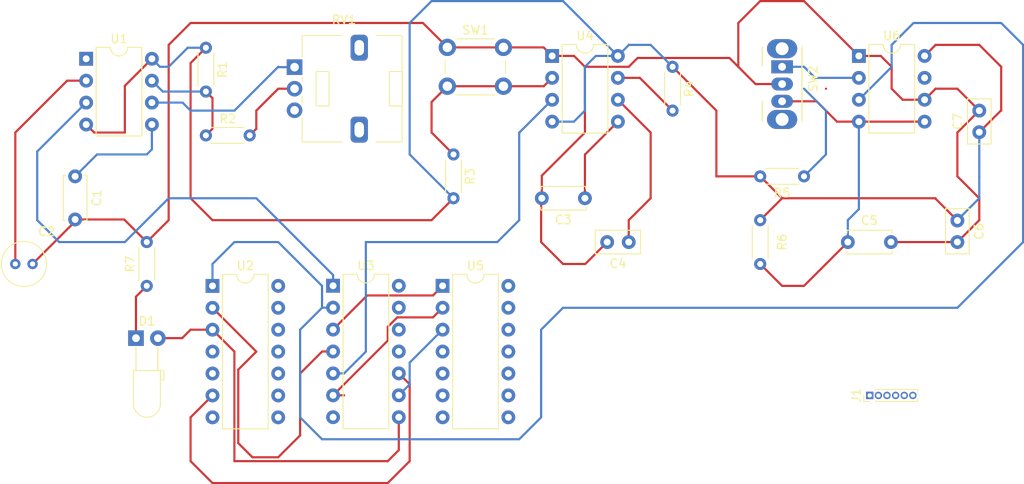
<source format=kicad_pcb>
(kicad_pcb (version 20211014) (generator pcbnew)
  (layers (0 "F.Cu" signal) (31 "B.Cu" signal) (34 "B.Paste" user) (35 "F.Paste" user) (36 "B.SilkS" user "B.Silkscreen") (37 "F.SilkS" user "F.Silkscreen") (38 "B.Mask" user) (39 "F.Mask" user) (44 "Edge.Cuts" user))
  (net 0 "")
  (net 1 "Net-(C1-Pad1)")
  (net 2 "GND")
  (net 3 "Net-(C3-Pad1)")
  (net 4 "Net-(C4-Pad1)")
  (net 5 "Net-(C5-Pad1)")
  (net 6 "VCC")
  (net 7 "Net-(D1-Pad1)")
  (net 8 "Net-(R1-Pad2)")
  (net 9 "Net-(R2-Pad2)")
  (net 10 "Net-(R3-Pad1)")
  (net 11 "Net-(R4-Pad2)")
  (net 12 "Net-(R5-Pad1)")
  (net 13 "Net-(C2-Pad1)")
  (net 15 "Net-(U1-Pad3)")
  (net 16 "Net-(U2-Pad1)")
  (net 17 "Net-(U2-Pad2)")
  (net 18 "Earth")
  (net 19 "Net-(D1-Pad2)")
  (net 20 "Net-(U2-Pad6)")
  (net 21 "Net-(U3-Pad3)")
  (net 22 "Net-(U3-Pad5)")
  (net 23 "Net-(U3-Pad6)")
  (net 24 "Net-(U3-Pad9)")
  (net 26 "Net-(U2-Pad4)")
  (net 27 "Net-(J1-Pad4)")
  (footprint "Package_DIP:DIP-14_W7.62mm" (layer "F.Cu") (at 63.5 83.82)
    (fp_text reference "U2" (at 3.81 -2.33) (layer "F.SilkS"))
    (fp_text value "74LS04")
    (fp_line (start 2.81 -1.33) (end 1.16 -1.33) (layer "F.SilkS") (width 0.12))
    (fp_line (start 6.46 16.57) (end 6.46 -1.33) (layer "F.SilkS") (width 0.12))
    (fp_line (start 1.16 16.57) (end 6.46 16.57) (layer "F.SilkS") (width 0.12))
    (fp_line (start 1.16 -1.33) (end 1.16 16.57) (layer "F.SilkS") (width 0.12))
    (fp_line (start 6.46 -1.33) (end 4.81 -1.33) (layer "F.SilkS") (width 0.12))
    (fp_arc (start 4.81 -1.33) (mid 3.81 -0.33) (end 2.81 -1.33) (layer "F.SilkS") (width 0.12))
    (pad "1" thru_hole rect (at 0 0) (size 1.6 1.6) (drill 0.8) (layers *.Cu *.Mask) (net 16 "Net-(U2-Pad1)"))
    (pad "2" thru_hole oval (at 0 2.54) (size 1.6 1.6) (drill 0.8) (layers *.Cu *.Mask) (net 17 "Net-(U2-Pad2)"))
    (pad "3" thru_hole oval (at 0 5.08) (size 1.6 1.6) (drill 0.8) (layers *.Cu *.Mask) (net 19 "Net-(D1-Pad2)"))
    (pad "4" thru_hole oval (at 0 7.62) (size 1.6 1.6) (drill 0.8) (layers *.Cu *.Mask) (net 26 "Net-(U2-Pad4)"))
    (pad "5" thru_hole oval (at 0 10.16) (size 1.6 1.6) (drill 0.8) (layers *.Cu *.Mask) (net 27 "Net-(J1-Pad4)"))
    (pad "6" thru_hole oval (at 0 12.7) (size 1.6 1.6) (drill 0.8) (layers *.Cu *.Mask) (net 20 "Net-(U2-Pad6)"))
    (pad "7" thru_hole oval (at 0 15.24) (size 1.6 1.6) (drill 0.8) (layers *.Cu *.Mask))
    (pad "8" thru_hole oval (at 7.62 15.24) (size 1.6 1.6) (drill 0.8) (layers *.Cu *.Mask))
    (pad "9" thru_hole oval (at 7.62 12.7) (size 1.6 1.6) (drill 0.8) (layers *.Cu *.Mask))
    (pad "10" thru_hole oval (at 7.62 10.16) (size 1.6 1.6) (drill 0.8) (layers *.Cu *.Mask))
    (pad "11" thru_hole oval (at 7.62 7.62) (size 1.6 1.6) (drill 0.8) (layers *.Cu *.Mask))
    (pad "12" thru_hole oval (at 7.62 5.08) (size 1.6 1.6) (drill 0.8) (layers *.Cu *.Mask))
    (pad "13" thru_hole oval (at 7.62 2.54) (size 1.6 1.6) (drill 0.8) (layers *.Cu *.Mask))
    (pad "14" thru_hole oval (at 7.62 0) (size 1.6 1.6) (drill 0.8) (layers *.Cu *.Mask))
  )
  (footprint "Capacitor_THT:C_Disc_D5.0mm_W2.5mm_P5.00mm" (layer "F.Cu") (at 47.575 71.12 -90)
    (fp_text reference "C1" (at 2.5 -2.5 90) (layer "F.SilkS"))
    (fp_text value "0.01uf")
    (fp_line (start -0.12 1.055) (end -0.12 1.37) (layer "F.SilkS") (width 0.12))
    (fp_line (start 5.12 1.055) (end 5.12 1.37) (layer "F.SilkS") (width 0.12))
    (fp_line (start 5.12 -1.37) (end 5.12 -1.055) (layer "F.SilkS") (width 0.12))
    (fp_line (start -0.12 -1.37) (end -0.12 -1.055) (layer "F.SilkS") (width 0.12))
    (fp_line (start -0.12 -1.37) (end 5.12 -1.37) (layer "F.SilkS") (width 0.12))
    (fp_line (start -0.12 1.37) (end 5.12 1.37) (layer "F.SilkS") (width 0.12))
    (pad "1" thru_hole circle (at 0 0 270) (size 1.6 1.6) (drill 0.8) (layers *.Cu *.Mask) (net 1 "Net-(C1-Pad1)"))
    (pad "2" thru_hole circle (at 5 0 270) (size 1.6 1.6) (drill 0.8) (layers *.Cu *.Mask) (net 2 "GND"))
  )
  (footprint "Capacitor_THT:C_Radial_D5.0mm_H5.0mm_P2.00mm" (layer "F.Cu") (at 40.64 81.28)
    (fp_text reference "C2" (at 3.62 -3.75) (layer "F.SilkS"))
    (fp_text value "1uf")
    (fp_circle (center 1 0) (end 3.62 0) (layer "F.SilkS") (width 0.12) (fill none))
    (pad "1" thru_hole circle (at 0 0) (size 1.2 1.2) (drill 0.6) (layers *.Cu *.Mask) (net 13 "Net-(C2-Pad1)"))
    (pad "2" thru_hole circle (at 2 0) (size 1.2 1.2) (drill 0.6) (layers *.Cu *.Mask) (net 2 "GND"))
  )
  (footprint "Capacitor_THT:C_Disc_D5.0mm_W2.5mm_P2.50mm" (layer "F.Cu") (at 152.4 66 90)
    (fp_text reference "C7" (at 1.25 -2.5 90) (layer "F.SilkS"))
    (fp_text value "0.1uf")
    (fp_line (start -1.37 -1.37) (end 3.87 -1.37) (layer "F.SilkS") (width 0.12))
    (fp_line (start -1.37 -1.37) (end -1.37 1.37) (layer "F.SilkS") (width 0.12))
    (fp_line (start -1.37 1.37) (end 3.87 1.37) (layer "F.SilkS") (width 0.12))
    (fp_line (start 3.87 -1.37) (end 3.87 1.37) (layer "F.SilkS") (width 0.12))
    (pad "1" thru_hole circle (at 0 0 90) (size 1.6 1.6) (drill 0.8) (layers *.Cu *.Mask) (net 6 "VCC"))
    (pad "2" thru_hole circle (at 2.5 0 90) (size 1.6 1.6) (drill 0.8) (layers *.Cu *.Mask) (net 18 "Earth"))
  )
  (footprint "LED_THT:LED_D3.0mm_Horizontal_O3.81mm_Z10.0mm" (layer "F.Cu") (at 54.63 89.88)
    (fp_text reference "D1" (at 1.27 -1.96) (layer "F.SilkS"))
    (fp_text value "BLUE")
    (fp_line (start 2.83 4.87) (end 2.83 3.75) (layer "F.SilkS") (width 0.12))
    (fp_line (start 2.83 3.75) (end 2.83 7.61) (layer "F.SilkS") (width 0.12))
    (fp_line (start 0 3.75) (end 0 1.08) (layer "F.SilkS") (width 0.12))
    (fp_line (start 2.54 1.08) (end 2.54 1.08) (layer "F.SilkS") (width 0.12))
    (fp_line (start 2.54 1.08) (end 2.54 3.75) (layer "F.SilkS") (width 0.12))
    (fp_line (start -0.29 3.75) (end 2.83 3.75) (layer "F.SilkS") (width 0.12))
    (fp_line (start 0 1.08) (end 0 1.08) (layer "F.SilkS") (width 0.12))
    (fp_line (start 3.23 3.75) (end 3.23 4.87) (layer "F.SilkS") (width 0.12))
    (fp_line (start 2.54 3.75) (end 2.54 3.75) (layer "F.SilkS") (width 0.12))
    (fp_line (start 0 1.08) (end 0 3.75) (layer "F.SilkS") (width 0.12))
    (fp_line (start 0 3.75) (end 0 3.75) (layer "F.SilkS") (width 0.12))
    (fp_line (start -0.29 3.75) (end -0.29 7.61) (layer "F.SilkS") (width 0.12))
    (fp_line (start 2.54 3.75) (end 2.54 1.08) (layer "F.SilkS") (width 0.12))
    (fp_line (start 2.83 3.75) (end 3.23 3.75) (layer "F.SilkS") (width 0.12))
    (fp_line (start 3.23 4.87) (end 2.83 4.87) (layer "F.SilkS") (width 0.12))
    (fp_arc (start 2.83 7.61) (mid 1.27 9.17) (end -0.29 7.61) (layer "F.SilkS") (width 0.12))
    (pad "1" thru_hole rect (at 0 0) (size 1.8 1.8) (drill 0.9) (layers *.Cu *.Mask) (net 7 "Net-(D1-Pad1)"))
    (pad "2" thru_hole circle (at 2.54 0) (size 1.8 1.8) (drill 0.9) (layers *.Cu *.Mask) (net 19 "Net-(D1-Pad2)"))
  )
  (footprint "Button_Switch_THT:SW_PUSH_6mm" (layer "F.Cu") (at 90.73 56.17)
    (fp_text reference "SW1" (at 3.25 -2) (layer "F.SilkS"))
    (fp_text value "SW_Push")
    (fp_line (start 6.75 3) (end 6.75 1.5) (layer "F.SilkS") (width 0.12))
    (fp_line (start 5.5 -1) (end 1 -1) (layer "F.SilkS") (width 0.12))
    (fp_line (start -0.25 1.5) (end -0.25 3) (layer "F.SilkS") (width 0.12))
    (fp_line (start 1 5.5) (end 5.5 5.5) (layer "F.SilkS") (width 0.12))
    (pad "1" thru_hole circle (at 0 0 90) (size 2 2) (drill 1.1) (layers *.Cu *.Mask) (net 2 "GND"))
    (pad "1" thru_hole circle (at 6.5 0 90) (size 2 2) (drill 1.1) (layers *.Cu *.Mask) (net 2 "GND"))
    (pad "2" thru_hole circle (at 0 4.5 90) (size 2 2) (drill 1.1) (layers *.Cu *.Mask) (net 10 "Net-(R3-Pad1)"))
    (pad "2" thru_hole circle (at 6.5 4.5 90) (size 2 2) (drill 1.1) (layers *.Cu *.Mask) (net 10 "Net-(R3-Pad1)"))
  )
  (footprint "Resistor_THT:R_Axial_DIN0204_L3.6mm_D1.6mm_P5.08mm_Horizontal" (layer "F.Cu") (at 62.735 56.21 -90)
    (fp_text reference "R1" (at 2.54 -1.92 90) (layer "F.SilkS"))
    (fp_text value "1K")
    (fp_line (start 0.62 -0.92) (end 4.46 -0.92) (layer "F.SilkS") (width 0.12))
    (fp_line (start 0.62 0.92) (end 4.46 0.92) (layer "F.SilkS") (width 0.12))
    (pad "1" thru_hole circle (at 0 0 270) (size 1.4 1.4) (drill 0.7) (layers *.Cu *.Mask) (net 6 "VCC"))
    (pad "2" thru_hole oval (at 5.08 0 270) (size 1.4 1.4) (drill 0.7) (layers *.Cu *.Mask) (net 8 "Net-(R1-Pad2)"))
  )
  (footprint "Resistor_THT:R_Axial_DIN0204_L3.6mm_D1.6mm_P5.08mm_Horizontal" (layer "F.Cu") (at 91.44 68.58 -90)
    (fp_text reference "R3" (at 2.54 -1.92 -270) (layer "F.SilkS"))
    (fp_text value "1K")
    (fp_line (start 0.62 0.92) (end 4.46 0.92) (layer "F.SilkS") (width 0.12))
    (fp_line (start 0.62 -0.92) (end 4.46 -0.92) (layer "F.SilkS") (width 0.12))
    (pad "1" thru_hole circle (at 0 0 270) (size 1.4 1.4) (drill 0.7) (layers *.Cu *.Mask) (net 10 "Net-(R3-Pad1)"))
    (pad "2" thru_hole oval (at 5.08 0 270) (size 1.4 1.4) (drill 0.7) (layers *.Cu *.Mask) (net 6 "VCC"))
  )
  (footprint "Package_DIP:DIP-8_W7.62mm" (layer "F.Cu") (at 102.88 57.16)
    (fp_text reference "U4" (at 3.81 -2.33) (layer "F.SilkS"))
    (fp_text value "LM555")
    (fp_line (start 1.16 8.95) (end 6.46 8.95) (layer "F.SilkS") (width 0.12))
    (fp_line (start 1.16 -1.33) (end 1.16 8.95) (layer "F.SilkS") (width 0.12))
    (fp_line (start 6.46 8.95) (end 6.46 -1.33) (layer "F.SilkS") (width 0.12))
    (fp_line (start 2.81 -1.33) (end 1.16 -1.33) (layer "F.SilkS") (width 0.12))
    (fp_line (start 6.46 -1.33) (end 4.81 -1.33) (layer "F.SilkS") (width 0.12))
    (fp_arc (start 4.81 -1.33) (mid 3.81 -0.33) (end 2.81 -1.33) (layer "F.SilkS") (width 0.12))
    (pad "1" thru_hole rect (at 0 0) (size 1.6 1.6) (drill 0.8) (layers *.Cu *.Mask) (net 2 "GND"))
    (pad "2" thru_hole oval (at 0 2.54) (size 1.6 1.6) (drill 0.8) (layers *.Cu *.Mask) (net 10 "Net-(R3-Pad1)"))
    (pad "3" thru_hole oval (at 0 5.08) (size 1.6 1.6) (drill 0.8) (layers *.Cu *.Mask) (net 22 "Net-(U3-Pad5)"))
    (pad "4" thru_hole oval (at 0 7.62) (size 1.6 1.6) (drill 0.8) (layers *.Cu *.Mask) (net 6 "VCC"))
    (pad "5" thru_hole oval (at 7.62 7.62) (size 1.6 1.6) (drill 0.8) (layers *.Cu *.Mask) (net 3 "Net-(C3-Pad1)"))
    (pad "6" thru_hole oval (at 7.62 5.08) (size 1.6 1.6) (drill 0.8) (layers *.Cu *.Mask) (net 4 "Net-(C4-Pad1)"))
    (pad "7" thru_hole oval (at 7.62 2.54) (size 1.6 1.6) (drill 0.8) (layers *.Cu *.Mask) (net 11 "Net-(R4-Pad2)"))
    (pad "8" thru_hole oval (at 7.62 0) (size 1.6 1.6) (drill 0.8) (layers *.Cu *.Mask) (net 6 "VCC"))
  )
  (footprint "Connector_PinHeader_1.00mm:PinHeader_1x06_P1.00mm_Vertical" (layer "F.Cu") (at 139.7 96.52 90)
    (fp_text reference "J1" (at 0 -1.56 90) (layer "F.SilkS"))
    (fp_text value "Con")
    (fp_line (start -0.695 0) (end -0.695 -0.685) (layer "F.SilkS") (width 0.12))
    (fp_line (start -0.695 -0.685) (end 0 -0.685) (layer "F.SilkS") (width 0.12))
    (fp_line (start -0.695 5.56) (end -0.394493 5.56) (layer "F.SilkS") (width 0.12))
    (fp_line (start -0.695 0.685) (end -0.695 5.56) (layer "F.SilkS") (width 0.12))
    (fp_line (start 0.608276 0.685) (end 0.695 0.685) (layer "F.SilkS") (width 0.12))
    (fp_line (start 0.394493 5.56) (end 0.695 5.56) (layer "F.SilkS") (width 0.12))
    (fp_line (start 0.695 0.685) (end 0.695 5.56) (layer "F.SilkS") (width 0.12))
    (fp_line (start -0.695 0.685) (end -0.608276 0.685) (layer "F.SilkS") (width 0.12))
    (pad "1" thru_hole rect (at 0 0 90) (size 0.85 0.85) (drill 0.5) (layers *.Cu *.Mask) (net 6 "VCC"))
    (pad "2" thru_hole oval (at 0 1 90) (size 0.85 0.85) (drill 0.5) (layers *.Cu *.Mask) (net 26 "Net-(U2-Pad4)"))
    (pad "3" thru_hole oval (at 0 2 90) (size 0.85 0.85) (drill 0.5) (layers *.Cu *.Mask) (net 19 "Net-(D1-Pad2)"))
    (pad "4" thru_hole oval (at 0 3 90) (size 0.85 0.85) (drill 0.5) (layers *.Cu *.Mask) (net 27 "Net-(J1-Pad4)"))
    (pad "5" thru_hole oval (at 0 4 90) (size 0.85 0.85) (drill 0.5) (layers *.Cu *.Mask))
    (pad "6" thru_hole oval (at 0 5 90) (size 0.85 0.85) (drill 0.5) (layers *.Cu *.Mask) (net 18 "Earth"))
  )
  (footprint "Resistor_THT:R_Axial_DIN0204_L3.6mm_D1.6mm_P5.08mm_Horizontal" (layer "F.Cu") (at 116.84 58.42 -90)
    (fp_text reference "R4" (at 2.54 -1.92 90) (layer "F.SilkS"))
    (fp_text value "1M")
    (fp_line (start 0.62 -0.92) (end 4.46 -0.92) (layer "F.SilkS") (width 0.12))
    (fp_line (start 0.62 0.92) (end 4.46 0.92) (layer "F.SilkS") (width 0.12))
    (pad "1" thru_hole circle (at 0 0 270) (size 1.4 1.4) (drill 0.7) (layers *.Cu *.Mask) (net 6 "VCC"))
    (pad "2" thru_hole oval (at 5.08 0 270) (size 1.4 1.4) (drill 0.7) (layers *.Cu *.Mask) (net 11 "Net-(R4-Pad2)"))
  )
  (footprint "Capacitor_THT:C_Disc_D5.0mm_W2.5mm_P2.50mm" (layer "F.Cu") (at 111.76 78.74 180)
    (fp_text reference "C4" (at 1.25 -2.5) (layer "F.SilkS"))
    (fp_text value "0.1uf")
    (fp_line (start -1.37 1.37) (end 3.87 1.37) (layer "F.SilkS") (width 0.12))
    (fp_line (start -1.37 -1.37) (end -1.37 1.37) (layer "F.SilkS") (width 0.12))
    (fp_line (start -1.37 -1.37) (end 3.87 -1.37) (layer "F.SilkS") (width 0.12))
    (fp_line (start 3.87 -1.37) (end 3.87 1.37) (layer "F.SilkS") (width 0.12))
    (pad "1" thru_hole circle (at 0 0 180) (size 1.6 1.6) (drill 0.8) (layers *.Cu *.Mask) (net 4 "Net-(C4-Pad1)"))
    (pad "2" thru_hole circle (at 2.5 0 180) (size 1.6 1.6) (drill 0.8) (layers *.Cu *.Mask) (net 2 "GND"))
  )
  (footprint "Package_DIP:DIP-8_W7.62mm" (layer "F.Cu") (at 138.44 57.16)
    (fp_text reference "U6" (at 3.81 -2.33) (layer "F.SilkS"))
    (fp_text value "LM555")
    (fp_line (start 6.46 -1.33) (end 4.81 -1.33) (layer "F.SilkS") (width 0.12))
    (fp_line (start 2.81 -1.33) (end 1.16 -1.33) (layer "F.SilkS") (width 0.12))
    (fp_line (start 1.16 8.95) (end 6.46 8.95) (layer "F.SilkS") (width 0.12))
    (fp_line (start 6.46 8.95) (end 6.46 -1.33) (layer "F.SilkS") (width 0.12))
    (fp_line (start 1.16 -1.33) (end 1.16 8.95) (layer "F.SilkS") (width 0.12))
    (fp_arc (start 4.81 -1.33) (mid 3.81 -0.33) (end 2.81 -1.33) (layer "F.SilkS") (width 0.12))
    (pad "1" thru_hole rect (at 0 0) (size 1.6 1.6) (drill 0.8) (layers *.Cu *.Mask) (net 2 "GND"))
    (pad "2" thru_hole oval (at 0 2.54) (size 1.6 1.6) (drill 0.8) (layers *.Cu *.Mask) (net 12 "Net-(R5-Pad1)"))
    (pad "3" thru_hole oval (at 0 5.08) (size 1.6 1.6) (drill 0.8) (layers *.Cu *.Mask) (net 16 "Net-(U2-Pad1)"))
    (pad "4" thru_hole oval (at 0 7.62) (size 1.6 1.6) (drill 0.8) (layers *.Cu *.Mask) (net 5 "Net-(C5-Pad1)"))
    (pad "5" thru_hole oval (at 7.62 7.62) (size 1.6 1.6) (drill 0.8) (layers *.Cu *.Mask) (net 5 "Net-(C5-Pad1)"))
    (pad "6" thru_hole oval (at 7.62 5.08) (size 1.6 1.6) (drill 0.8) (layers *.Cu *.Mask) (net 2 "GND"))
    (pad "7" thru_hole oval (at 7.62 2.54) (size 1.6 1.6) (drill 0.8) (layers *.Cu *.Mask))
    (pad "8" thru_hole oval (at 7.62 0) (size 1.6 1.6) (drill 0.8) (layers *.Cu *.Mask) (net 6 "VCC"))
  )
  (footprint "Capacitor_THT:C_Disc_D5.0mm_W2.5mm_P5.00mm" (layer "F.Cu") (at 106.68 73.66 180)
    (fp_text reference "C3" (at 2.5 -2.5) (layer "F.SilkS"))
    (fp_text value "0.01uf")
    (fp_line (start 5.12 -1.37) (end 5.12 -1.055) (layer "F.SilkS") (width 0.12))
    (fp_line (start -0.12 1.37) (end 5.12 1.37) (layer "F.SilkS") (width 0.12))
    (fp_line (start 5.12 1.055) (end 5.12 1.37) (layer "F.SilkS") (width 0.12))
    (fp_line (start -0.12 -1.37) (end 5.12 -1.37) (layer "F.SilkS") (width 0.12))
    (fp_line (start -0.12 1.055) (end -0.12 1.37) (layer "F.SilkS") (width 0.12))
    (fp_line (start -0.12 -1.37) (end -0.12 -1.055) (layer "F.SilkS") (width 0.12))
    (pad "1" thru_hole circle (at 0 0 180) (size 1.6 1.6) (drill 0.8) (layers *.Cu *.Mask) (net 3 "Net-(C3-Pad1)"))
    (pad "2" thru_hole circle (at 5 0 180) (size 1.6 1.6) (drill 0.8) (layers *.Cu *.Mask) (net 2 "GND"))
  )
  (footprint "Package_DIP:DIP-14_W7.62mm" (layer "F.Cu") (at 90.18 83.815)
    (fp_text reference "U5" (at 3.81 -2.33) (layer "F.SilkS"))
    (fp_text value "74LS32")
    (fp_line (start 1.16 -1.33) (end 1.16 16.57) (layer "F.SilkS") (width 0.12))
    (fp_line (start 2.81 -1.33) (end 1.16 -1.33) (layer "F.SilkS") (width 0.12))
    (fp_line (start 6.46 -1.33) (end 4.81 -1.33) (layer "F.SilkS") (width 0.12))
    (fp_line (start 6.46 16.57) (end 6.46 -1.33) (layer "F.SilkS") (width 0.12))
    (fp_line (start 1.16 16.57) (end 6.46 16.57) (layer "F.SilkS") (width 0.12))
    (fp_arc (start 4.81 -1.33) (mid 3.81 -0.33) (end 2.81 -1.33) (layer "F.SilkS") (width 0.12))
    (pad "1" thru_hole rect (at 0 0) (size 1.6 1.6) (drill 0.8) (layers *.Cu *.Mask) (net 21 "Net-(U3-Pad3)"))
    (pad "2" thru_hole oval (at 0 2.54) (size 1.6 1.6) (drill 0.8) (layers *.Cu *.Mask) (net 23 "Net-(U3-Pad6)"))
    (pad "3" thru_hole oval (at 0 5.08) (size 1.6 1.6) (drill 0.8) (layers *.Cu *.Mask) (net 24 "Net-(U3-Pad9)"))
    (pad "4" thru_hole oval (at 0 7.62) (size 1.6 1.6) (drill 0.8) (layers *.Cu *.Mask))
    (pad "5" thru_hole oval (at 0 10.16) (size 1.6 1.6) (drill 0.8) (layers *.Cu *.Mask))
    (pad "6" thru_hole oval (at 0 12.7) (size 1.6 1.6) (drill 0.8) (layers *.Cu *.Mask))
    (pad "7" thru_hole oval (at 0 15.24) (size 1.6 1.6) (drill 0.8) (layers *.Cu *.Mask))
    (pad "8" thru_hole oval (at 7.62 15.24) (size 1.6 1.6) (drill 0.8) (layers *.Cu *.Mask))
    (pad "9" thru_hole oval (at 7.62 12.7) (size 1.6 1.6) (drill 0.8) (layers *.Cu *.Mask))
    (pad "10" thru_hole oval (at 7.62 10.16) (size 1.6 1.6) (drill 0.8) (layers *.Cu *.Mask))
    (pad "11" thru_hole oval (at 7.62 7.62) (size 1.6 1.6) (drill 0.8) (layers *.Cu *.Mask))
    (pad "12" thru_hole oval (at 7.62 5.08) (size 1.6 1.6) (drill 0.8) (layers *.Cu *.Mask))
    (pad "13" thru_hole oval (at 7.62 2.54) (size 1.6 1.6) (drill 0.8) (layers *.Cu *.Mask))
    (pad "14" thru_hole oval (at 7.62 0) (size 1.6 1.6) (drill 0.8) (layers *.Cu *.Mask))
  )
  (footprint "Potentiometer_THT:Potentiometer_Alps_RK09L_Single_Vertical" (layer "F.Cu") (at 73.015 58.46)
    (fp_text reference "RV1" (at 5.725 -5.5) (layer "F.SilkS"))
    (fp_text value "1M")
    (fp_line (start 0.88 -3.67) (end 5.546 -3.67) (layer "F.SilkS") (width 0.12))
    (fp_line (start 9.455 -3.67) (end 12.47 -3.67) (layer "F.SilkS") (width 0.12))
    (fp_line (start 9.455 8.67) (end 12.47 8.67) (layer "F.SilkS") (width 0.12))
    (fp_line (start 0.88 5.87) (end 0.88 8.67) (layer "F.SilkS") (width 0.12))
    (fp_line (start 0.88 8.67) (end 5.546 8.67) (layer "F.SilkS") (width 0.12))
    (fp_line (start 0.88 -3.67) (end 0.88 -1.2) (layer "F.SilkS") (width 0.12))
    (fp_line (start 0.88 1.2) (end 0.88 1.63) (layer "F.SilkS") (width 0.12))
    (fp_line (start 0.88 3.371) (end 0.88 4.13) (layer "F.SilkS") (width 0.12))
    (fp_line (start 12.47 -3.67) (end 12.47 8.67) (layer "F.SilkS") (width 0.12))
    (fp_rect (start 2.5 0.5) (end 4 4.5) (layer "F.SilkS") (width 0.12) (fill none))
    (fp_rect (start 11 0.5) (end 12.5 4.5) (layer "F.SilkS") (width 0.12) (fill none))
    (pad "1" thru_hole rect (at 0 0) (size 1.8 1.8) (drill 1) (layers *.Cu *.Mask) (net 13 "Net-(C2-Pad1)"))
    (pad "2" thru_hole circle (at 0 2.5) (size 1.8 1.8) (drill 1) (layers *.Cu *.Mask) (net 9 "Net-(R2-Pad2)"))
    (pad "3" thru_hole circle (at 0 5) (size 1.8 1.8) (drill 1) (layers *.Cu *.Mask))
    (pad "MP" thru_hole roundrect (at 7.5 7.25) (size 2 3) (drill oval 1.1 1.8) (layers *.Cu *.Mask))
    (pad "MP" thru_hole roundrect (at 7.5 -2.25) (size 2 3) (drill oval 1.1 1.8) (layers *.Cu *.Mask))
  )
  (footprint "Package_DIP:DIP-8_W7.62mm" (layer "F.Cu") (at 48.855 57.49)
    (fp_text reference "U1" (at 3.81 -2.33) (layer "F.SilkS"))
    (fp_text value "LM555")
    (fp_line (start 1.16 8.95) (end 6.46 8.95) (layer "F.SilkS") (width 0.12))
    (fp_line (start 6.46 8.95) (end 6.46 -1.33) (layer "F.SilkS") (width 0.12))
    (fp_line (start 2.81 -1.33) (end 1.16 -1.33) (layer "F.SilkS") (width 0.12))
    (fp_line (start 1.16 -1.33) (end 1.16 8.95) (layer "F.SilkS") (width 0.12))
    (fp_line (start 6.46 -1.33) (end 4.81 -1.33) (layer "F.SilkS") (width 0.12))
    (fp_arc (start 4.81 -1.33) (mid 3.81 -0.33) (end 2.81 -1.33) (layer "F.SilkS") (width 0.12))
    (pad "1" thru_hole rect (at 0 0) (size 1.6 1.6) (drill 0.8) (layers *.Cu *.Mask) (net 2 "GND"))
    (pad "2" thru_hole oval (at 0 2.54) (size 1.6 1.6) (drill 0.8) (layers *.Cu *.Mask) (net 13 "Net-(C2-Pad1)"))
    (pad "3" thru_hole oval (at 0 5.08) (size 1.6 1.6) (drill 0.8) (layers *.Cu *.Mask) (net 15 "Net-(U1-Pad3)"))
    (pad "4" thru_hole oval (at 0 7.62) (size 1.6 1.6) (drill 0.8) (layers *.Cu *.Mask) (net 6 "VCC"))
    (pad "5" thru_hole oval (at 7.62 7.62) (size 1.6 1.6) (drill 0.8) (layers *.Cu *.Mask) (net 1 "Net-(C1-Pad1)"))
    (pad "6" thru_hole oval (at 7.62 5.08) (size 1.6 1.6) (drill 0.8) (layers *.Cu *.Mask) (net 13 "Net-(C2-Pad1)"))
    (pad "7" thru_hole oval (at 7.62 2.54) (size 1.6 1.6) (drill 0.8) (layers *.Cu *.Mask) (net 8 "Net-(R1-Pad2)"))
    (pad "8" thru_hole oval (at 7.62 0) (size 1.6 1.6) (drill 0.8) (layers *.Cu *.Mask) (net 6 "VCC"))
  )
  (footprint "Resistor_THT:R_Axial_DIN0204_L3.6mm_D1.6mm_P5.08mm_Horizontal" (layer "F.Cu") (at 127 76.2 -90)
    (fp_text reference "R6" (at 2.54 -2.54 90) (layer "F.SilkS"))
    (fp_text value "1k")
    (fp_line (start 0.62 -0.92) (end 4.46 -0.92) (layer "F.SilkS") (width 0.12))
    (fp_line (start 0.62 0.92) (end 4.46 0.92) (layer "F.SilkS") (width 0.12))
    (pad "1" thru_hole circle (at 0 0 270) (size 1.4 1.4) (drill 0.7) (layers *.Cu *.Mask) (net 6 "VCC"))
    (pad "2" thru_hole oval (at 5.08 0 270) (size 1.4 1.4) (drill 0.7) (layers *.Cu *.Mask) (net 5 "Net-(C5-Pad1)"))
  )
  (footprint "Resistor_THT:R_Axial_DIN0204_L3.6mm_D1.6mm_P5.08mm_Horizontal" (layer "F.Cu") (at 62.735 66.37)
    (fp_text reference "R2" (at 2.54 -1.92) (layer "F.SilkS"))
    (fp_text value "1K")
    (fp_line (start 0.62 -0.92) (end 4.46 -0.92) (layer "F.SilkS") (width 0.12))
    (fp_line (start 0.62 0.92) (end 4.46 0.92) (layer "F.SilkS") (width 0.12))
    (pad "1" thru_hole circle (at 0 0) (size 1.4 1.4) (drill 0.7) (layers *.Cu *.Mask) (net 8 "Net-(R1-Pad2)"))
    (pad "2" thru_hole oval (at 5.08 0) (size 1.4 1.4) (drill 0.7) (layers *.Cu *.Mask) (net 9 "Net-(R2-Pad2)"))
  )
  (footprint "Button_Switch_THT:SW_CuK_OS102011MA1QN1_SPDT_Angled" (layer "F.Cu") (at 129.54 58.42 -90)
    (fp_text reference "SW2" (at 1.4 -3.6 90) (layer "F.SilkS"))
    (fp_text value "SW_SPDT")
    (fp_line (start -2.3 2.3) (end -0.1 2.3) (layer "F.SilkS") (width 0.15))
    (fp_line (start -2.3 -2.3) (end 6.3 -2.3) (layer "F.SilkS") (width 0.15))
    (fp_line (start 4 2.3) (end 6.3 2.3) (layer "F.SilkS") (width 0.15))
    (pad "" thru_hole oval (at 6.1 0 270) (size 2.2 3.5) (drill 1.5) (layers *.Cu *.Mask))
    (pad "" thru_hole oval (at -2.1 0 270) (size 2.2 3.5) (drill 1.5) (layers *.Cu *.Mask))
    (pad "1" thru_hole rect (at 0 0 270) (size 1.5 2.5) (drill 0.9) (layers *.Cu *.Mask) (net 12 "Net-(R5-Pad1)"))
    (pad "2" thru_hole oval (at 2 0 270) (size 1.5 2.5) (drill 0.9) (layers *.Cu *.Mask) (net 2 "GND"))
    (pad "3" thru_hole oval (at 4 0 270) (size 1.5 2.5) (drill 0.9) (layers *.Cu *.Mask) (net 5 "Net-(C5-Pad1)"))
  )
  (footprint "Capacitor_THT:C_Disc_D5.0mm_W2.5mm_P2.50mm" (layer "F.Cu") (at 149.86 76.24 -90)
    (fp_text reference "C6" (at 1.25 -2.5 90) (layer "F.SilkS"))
    (fp_text value "0.1uf")
    (fp_line (start -1.37 1.37) (end 3.87 1.37) (layer "F.SilkS") (width 0.12))
    (fp_line (start -1.37 -1.37) (end 3.87 -1.37) (layer "F.SilkS") (width 0.12))
    (fp_line (start -1.37 -1.37) (end -1.37 1.37) (layer "F.SilkS") (width 0.12))
    (fp_line (start 3.87 -1.37) (end 3.87 1.37) (layer "F.SilkS") (width 0.12))
    (pad "1" thru_hole circle (at 0 0 270) (size 1.6 1.6) (drill 0.8) (layers *.Cu *.Mask) (net 6 "VCC"))
    (pad "2" thru_hole circle (at 2.5 0 270) (size 1.6 1.6) (drill 0.8) (layers *.Cu *.Mask) (net 18 "Earth"))
  )
  (footprint "Package_DIP:DIP-14_W7.62mm" (layer "F.Cu") (at 77.48 83.805)
    (fp_text reference "U3" (at 3.81 -2.33) (layer "F.SilkS"))
    (fp_text value "74LS08")
    (fp_line (start 2.81 -1.33) (end 1.16 -1.33) (layer "F.SilkS") (width 0.12))
    (fp_line (start 1.16 16.57) (end 6.46 16.57) (layer "F.SilkS") (width 0.12))
    (fp_line (start 1.16 -1.33) (end 1.16 16.57) (layer "F.SilkS") (width 0.12))
    (fp_line (start 6.46 -1.33) (end 4.81 -1.33) (layer "F.SilkS") (width 0.12))
    (fp_line (start 6.46 16.57) (end 6.46 -1.33) (layer "F.SilkS") (width 0.12))
    (fp_arc (start 4.81 -1.33) (mid 3.81 -0.33) (end 2.81 -1.33) (layer "F.SilkS") (width 0.12))
    (pad "1" thru_hole rect (at 0 0) (size 1.6 1.6) (drill 0.8) (layers *.Cu *.Mask) (net 15 "Net-(U1-Pad3)"))
    (pad "2" thru_hole oval (at 0 2.54) (size 1.6 1.6) (drill 0.8) (layers *.Cu *.Mask) (net 16 "Net-(U2-Pad1)"))
    (pad "3" thru_hole oval (at 0 5.08) (size 1.6 1.6) (drill 0.8) (layers *.Cu *.Mask) (net 21 "Net-(U3-Pad3)"))
    (pad "4" thru_hole oval (at 0 7.62) (size 1.6 1.6) (drill 0.8) (layers *.Cu *.Mask) (net 17 "Net-(U2-Pad2)"))
    (pad "5" thru_hole oval (at 0 10.16) (size 1.6 1.6) (drill 0.8) (layers *.Cu *.Mask) (net 22 "Net-(U3-Pad5)"))
    (pad "6" thru_hole oval (at 0 12.7) (size 1.6 1.6) (drill 0.8) (layers *.Cu *.Mask) (net 23 "Net-(U3-Pad6)"))
    (pad "7" thru_hole oval (at 0 15.24) (size 1.6 1.6) (drill 0.8) (layers *.Cu *.Mask))
    (pad "8" thru_hole oval (at 7.62 15.24) (size 1.6 1.6) (drill 0.8) (layers *.Cu *.Mask) (net 19 "Net-(D1-Pad2)"))
    (pad "9" thru_hole oval (at 7.62 12.7) (size 1.6 1.6) (drill 0.8) (layers *.Cu *.Mask) (net 24 "Net-(U3-Pad9)"))
    (pad "10" thru_hole oval (at 7.62 10.16) (size 1.6 1.6) (drill 0.8) (layers *.Cu *.Mask) (net 20 "Net-(U2-Pad6)"))
    (pad "11" thru_hole oval (at 7.62 7.62) (size 1.6 1.6) (drill 0.8) (layers *.Cu *.Mask))
    (pad "12" thru_hole oval (at 7.62 5.08) (size 1.6 1.6) (drill 0.8) (layers *.Cu *.Mask))
    (pad "13" thru_hole oval (at 7.62 2.54) (size 1.6 1.6) (drill 0.8) (layers *.Cu *.Mask))
    (pad "14" thru_hole oval (at 7.62 0) (size 1.6 1.6) (drill 0.8) (layers *.Cu *.Mask))
  )
  (footprint "Resistor_THT:R_Axial_DIN0204_L3.6mm_D1.6mm_P5.08mm_Horizontal" (layer "F.Cu") (at 132.08 71.12 180)
    (fp_text reference "R5" (at 2.54 -1.92) (layer "F.SilkS"))
    (fp_text value "1K")
    (fp_line (start 0.62 0.92) (end 4.46 0.92) (layer "F.SilkS") (width 0.12))
    (fp_line (start 0.62 -0.92) (end 4.46 -0.92) (layer "F.SilkS") (width 0.12))
    (pad "1" thru_hole circle (at 0 0 180) (size 1.4 1.4) (drill 0.7) (layers *.Cu *.Mask) (net 12 "Net-(R5-Pad1)"))
    (pad "2" thru_hole oval (at 5.08 0 180) (size 1.4 1.4) (drill 0.7) (layers *.Cu *.Mask) (net 6 "VCC"))
  )
  (footprint "Resistor_THT:R_Axial_DIN0204_L3.6mm_D1.6mm_P5.08mm_Horizontal" (layer "F.Cu") (at 55.88 83.82 90)
    (fp_text reference "R7" (at 2.54 -1.92 90) (layer "F.SilkS"))
    (fp_text value "220")
    (fp_line (start 0.62 -0.92) (end 4.46 -0.92) (layer "F.SilkS") (width 0.12))
    (fp_line (start 0.62 0.92) (end 4.46 0.92) (layer "F.SilkS") (width 0.12))
    (pad "1" thru_hole circle (at 0 0 90) (size 1.4 1.4) (drill 0.7) (layers *.Cu *.Mask) (net 7 "Net-(D1-Pad1)"))
    (pad "2" thru_hole oval (at 5.08 0 90) (size 1.4 1.4) (drill 0.7) (layers *.Cu *.Mask) (net 2 "GND"))
  )
  (footprint "Capacitor_THT:C_Disc_D5.0mm_W2.5mm_P5.00mm" (layer "F.Cu") (at 137.16 78.74)
    (fp_text reference "C5" (at 2.5 -2.5) (layer "F.SilkS"))
    (fp_text value "0.01uf")
    (fp_line (start -0.12 -1.37) (end 5.12 -1.37) (layer "F.SilkS") (width 0.12))
    (fp_line (start -0.12 1.37) (end 5.12 1.37) (layer "F.SilkS") (width 0.12))
    (fp_line (start 5.12 1.055) (end 5.12 1.37) (layer "F.SilkS") (width 0.12))
    (fp_line (start 5.12 -1.37) (end 5.12 -1.055) (layer "F.SilkS") (width 0.12))
    (fp_line (start -0.12 -1.37) (end -0.12 -1.055) (layer "F.SilkS") (width 0.12))
    (fp_line (start -0.12 1.055) (end -0.12 1.37) (layer "F.SilkS") (width 0.12))
    (pad "1" thru_hole circle (at 0 0) (size 1.6 1.6) (drill 0.8) (layers *.Cu *.Mask) (net 5 "Net-(C5-Pad1)"))
    (pad "2" thru_hole circle (at 5 0) (size 1.6 1.6) (drill 0.8) (layers *.Cu *.Mask) (net 2 "GND"))
  )
  (segment (start 56.475 67.985) (end 55.88 68.58) (width 0.25) (layer "B.Cu") (net 1))
  (segment (start 55.88 68.58) (end 50.115 68.58) (width 0.25) (layer "B.Cu") (net 1))
  (segment (start 56.475 65.11) (end 56.475 67.985) (width 0.25) (layer "B.Cu") (net 1))
  (segment (start 50.115 68.58) (end 47.575 71.12) (width 0.25) (layer "B.Cu") (net 1))
  (segment (start 124.46 58.42) (end 123.435 57.395) (width 0.25) (layer "F.Cu") (net 2))
  (segment (start 106.68 66.04) (end 106.68 58.42) (width 0.25) (layer "F.Cu") (net 2))
  (segment (start 55.88 78.74) (end 58.42 76.2) (width 0.25) (layer "F.Cu") (net 2))
  (segment (start 124.46 58.42) (end 124.46 53.34) (width 0.25) (layer "F.Cu") (net 2))
  (segment (start 101.68 71.04) (end 106.68 66.04) (width 0.25) (layer "F.Cu") (net 2))
  (segment (start 142.24 58.42) (end 140.98 57.16) (width 0.25) (layer "F.Cu") (net 2))
  (segment (start 123.435 57.395) (end 112.785 57.395) (width 0.25) (layer "F.Cu") (net 2))
  (segment (start 106.68 58.42) (end 105.42 57.16) (width 0.25) (layer "F.Cu") (net 2))
  (segment (start 58.42 55.88) (end 60.96 53.34) (width 0.25) (layer "F.Cu") (net 2))
  (segment (start 146.06 62.24) (end 143.52 62.24) (width 0.25) (layer "F.Cu") (net 2))
  (segment (start 112.785 57.395) (end 111.76 58.42) (width 0.25) (layer "F.Cu") (net 2))
  (segment (start 60.96 53.34) (end 87.9 53.34) (width 0.25) (layer "F.Cu") (net 2))
  (segment (start 111.76 58.42) (end 106.68 58.42) (width 0.25) (layer "F.Cu") (net 2))
  (segment (start 147.32 60.96) (end 147.32 60.98) (width 0.25) (layer "F.Cu") (net 2))
  (segment (start 90.73 56.17) (end 97.23 56.17) (width 0.25) (layer "F.Cu") (net 2))
  (segment (start 147.32 60.98) (end 146.06 62.24) (width 0.25) (layer "F.Cu") (net 2))
  (segment (start 149.86 78.74) (end 142.16 78.74) (width 0.25) (layer "F.Cu") (net 2))
  (segment (start 152.4 73.66) (end 152.4 76.2) (width 0.25) (layer "F.Cu") (net 2))
  (segment (start 134.64 60.96) (end 134.62 60.96) (width 0.25) (layer "F.Cu") (net 2))
  (segment (start 152.4 63.5) (end 149.86 66.04) (width 0.25) (layer "F.Cu") (net 2))
  (segment (start 138.44 57.14) (end 138.44 57.16) (width 0.25) (layer "F.Cu") (net 2))
  (segment (start 87.9 53.34) (end 90.73 56.17) (width 0.25) (layer "F.Cu") (net 2))
  (segment (start 126.46 60.42) (end 124.46 58.42) (width 0.25) (layer "F.Cu") (net 2))
  (segment (start 149.86 71.12) (end 152.4 73.66) (width 0.25) (layer "F.Cu") (net 2))
  (segment (start 47.575 76.345) (end 47.575 76.12) (width 0.25) (layer "F.Cu") (net 2))
  (segment (start 109.26 78.74) (end 106.72 81.28) (width 0.25) (layer "F.Cu") (net 2))
  (segment (start 143.52 62.24) (end 142.24 60.96) (width 0.25) (layer "F.Cu") (net 2))
  (segment (start 101.89 56.17) (end 102.88 57.16) (width 0.25) (layer "F.Cu") (net 2))
  (segment (start 101.68 73.66) (end 101.68 71.04) (width 0.25) (layer "F.Cu") (net 2))
  (segment (start 58.42 76.2) (end 58.42 55.88) (width 0.25) (layer "F.Cu") (net 2))
  (segment (start 104.14 81.28) (end 101.6 78.74) (width 0.25) (layer "F.Cu") (net 2))
  (segment (start 129.54 60.42) (end 126.46 60.42) (width 0.25) (layer "F.Cu") (net 2))
  (segment (start 42.64 81.28) (end 47.575 76.345) (width 0.25) (layer "F.Cu") (net 2))
  (segment (start 55.88 78.74) (end 53.26 76.12) (width 0.25) (layer "F.Cu") (net 2))
  (segment (start 106.72 81.28) (end 106.68 81.28) (width 0.25) (layer "F.Cu") (net 2))
  (segment (start 152.4 63.5) (end 149.86 60.96) (width 0.25) (layer "F.Cu") (net 2))
  (segment (start 142.24 60.96) (end 142.24 58.42) (width 0.25) (layer "F.Cu") (net 2))
  (segment (start 124.46 53.34) (end 127 50.8) (width 0.25) (layer "F.Cu") (net 2))
  (segment (start 127 50.8) (end 132.08 50.8) (width 0.25) (layer "F.Cu") (net 2))
  (segment (start 132.08 50.8) (end 138.44 57.16) (width 0.25) (layer "F.Cu") (net 2))
  (segment (start 152.4 76.2) (end 149.86 78.74) (width 0.25) (layer "F.Cu") (net 2))
  (segment (start 97.23 56.17) (end 101.89 56.17) (width 0.25) (layer "F.Cu") (net 2))
  (segment (start 101.6 78.74) (end 101.6 73.66) (width 0.25) (layer "F.Cu") (net 2))
  (segment (start 149.86 60.96) (end 147.32 60.96) (width 0.25) (layer "F.Cu") (net 2))
  (segment (start 106.68 81.28) (end 104.14 81.28) (width 0.25) (layer "F.Cu") (net 2))
  (segment (start 140.98 57.16) (end 138.44 57.16) (width 0.25) (layer "F.Cu") (net 2))
  (segment (start 105.42 57.16) (end 102.88 57.16) (width 0.25) (layer "F.Cu") (net 2))
  (segment (start 53.26 76.12) (end 47.575 76.12) (width 0.25) (layer "F.Cu") (net 2))
  (segment (start 149.86 66.04) (end 149.86 71.12) (width 0.25) (layer "F.Cu") (net 2))
  (segment (start 106.68 68.58) (end 106.7 68.58) (width 0.25) (layer "F.Cu") (net 3))
  (segment (start 106.7 68.58) (end 110.5 64.78) (width 0.25) (layer "F.Cu") (net 3))
  (segment (start 106.68 73.66) (end 106.68 68.58) (width 0.25) (layer "F.Cu") (net 3))
  (segment (start 111.76 78.74) (end 111.76 76.2) (width 0.25) (layer "F.Cu") (net 4))
  (segment (start 111.76 76.2) (end 114.3 73.66) (width 0.25) (layer "F.Cu") (net 4))
  (segment (start 114.3 73.66) (end 114.3 66.04) (width 0.25) (layer "F.Cu") (net 4))
  (segment (start 114.3 66.04) (end 110.5 62.24) (width 0.25) (layer "F.Cu") (net 4))
  (segment (start 138.44 64.78) (end 135.9 64.78) (width 0.25) (layer "F.Cu") (net 5))
  (segment (start 132.08 83.82) (end 129.54 83.82) (width 0.25) (layer "F.Cu") (net 5))
  (segment (start 137.16 78.74) (end 134.62 81.28) (width 0.25) (layer "F.Cu") (net 5))
  (segment (start 129.54 83.82) (end 127 81.28) (width 0.25) (layer "F.Cu") (net 5))
  (segment (start 146.06 64.78) (end 138.44 64.78) (width 0.25) (layer "F.Cu") (net 5))
  (segment (start 135.9 64.78) (end 133.54 62.42) (width 0.25) (layer "F.Cu") (net 5))
  (segment (start 133.54 62.42) (end 129.54 62.42) (width 0.25) (layer "F.Cu") (net 5))
  (segment (start 134.62 81.28) (end 132.08 83.82) (width 0.25) (layer "F.Cu") (net 5))
  (segment (start 138.44 74.92) (end 137.16 76.2) (width 0.25) (layer "B.Cu") (net 5))
  (segment (start 137.16 76.2) (end 137.16 78.74) (width 0.25) (layer "B.Cu") (net 5))
  (segment (start 138.44 64.78) (end 138.44 74.92) (width 0.25) (layer "B.Cu") (net 5))
  (segment (start 127 71.12) (end 121.92 71.12) (width 0.25) (layer "F.Cu") (net 6))
  (segment (start 152.4 66) (end 154.9 63.5) (width 0.25) (layer "F.Cu") (net 6))
  (segment (start 53.34 60.625) (end 56.475 57.49) (width 0.25) (layer "F.Cu") (net 6))
  (segment (start 154.9 63.5) (end 154.94 63.5) (width 0.25) (layer "F.Cu") (net 6))
  (segment (start 53.34 66.04) (end 53.34 60.625) (width 0.25) (layer "F.Cu") (net 6))
  (segment (start 63.5 76.2) (end 88.9 76.2) (width 0.25) (layer "F.Cu") (net 6))
  (segment (start 147.32 55.9) (end 146.06 57.16) (width 0.25) (layer "F.Cu") (net 6))
  (segment (start 154.94 63.5) (end 154.94 58.42) (width 0.25) (layer "F.Cu") (net 6))
  (segment (start 147.32 73.7) (end 147.32 73.66) (width 0.25) (layer "F.Cu") (net 6))
  (segment (start 149.86 76.24) (end 147.32 73.7) (width 0.25) (layer "F.Cu") (net 6))
  (segment (start 147.32 73.66) (end 129.54 73.66) (width 0.25) (layer "F.Cu") (net 6))
  (segment (start 60.96 73.66) (end 63.5 76.2) (width 0.25) (layer "F.Cu") (net 6))
  (segment (start 129.54 73.66) (end 127 76.2) (width 0.25) (layer "F.Cu") (net 6))
  (segment (start 154.94 58.42) (end 152.4 55.88) (width 0.25) (layer "F.Cu") (net 6))
  (segment (start 48.855 65.11) (end 49.785 66.04) (width 0.25) (layer "F.Cu") (net 6))
  (segment (start 88.9 76.2) (end 91.44 73.66) (width 0.25) (layer "F.Cu") (net 6))
  (segment (start 49.785 66.04) (end 53.34 66.04) (width 0.25) (layer "F.Cu") (net 6))
  (segment (start 129.54 73.66) (end 127 71.12) (width 0.25) (layer "F.Cu") (net 6))
  (segment (start 60.96 57.985) (end 60.96 73.66) (width 0.25) (layer "F.Cu") (net 6))
  (segment (start 121.92 71.12) (end 121.92 63.5) (width 0.25) (layer "F.Cu") (net 6))
  (segment (start 62.735 56.21) (end 60.96 57.985) (width 0.25) (layer "F.Cu") (net 6))
  (segment (start 147.32 55.88) (end 147.32 55.9) (width 0.25) (layer "F.Cu") (net 6))
  (segment (start 152.4 55.88) (end 147.32 55.88) (width 0.25) (layer "F.Cu") (net 6))
  (segment (start 121.92 63.5) (end 116.84 58.42) (width 0.25) (layer "F.Cu") (net 6))
  (segment (start 62.735 56.21) (end 60.63 56.21) (width 0.25) (layer "B.Cu") (net 6))
  (segment (start 58.42 58.42) (end 57.405 58.42) (width 0.25) (layer "B.Cu") (net 6))
  (segment (start 86.36 53.34) (end 88.9 50.8) (width 0.25) (layer "B.Cu") (net 6))
  (segment (start 152.4 71.12) (end 152.4 73.66) (width 0.25) (layer "B.Cu") (net 6))
  (segment (start 102.88 64.78) (end 105.4 64.78) (width 0.25) (layer "B.Cu") (net 6))
  (segment (start 60.63 56.21) (end 58.42 58.42) (width 0.25) (layer "B.Cu") (net 6))
  (segment (start 104.14 50.8) (end 110.5 57.16) (width 0.25) (layer "B.Cu") (net 6))
  (segment (start 57.405 58.42) (end 56.475 57.49) (width 0.25) (layer "B.Cu") (net 6))
  (segment (start 106.68 58.42) (end 107.94 57.16) (width 0.25) (layer "B.Cu") (net 6))
  (segment (start 86.36 68.58) (end 86.36 53.34) (width 0.25) (layer "B.Cu") (net 6))
  (segment (start 88.9 50.8) (end 104.14 50.8) (width 0.25) (layer "B.Cu") (net 6))
  (segment (start 111.76 55.88) (end 111.76 55.9) (width 0.25) (layer "B.Cu") (net 6))
  (segment (start 152.4 66) (end 152.4 71.12) (width 0.25) (layer "B.Cu") (net 6))
  (segment (start 152.4 73.66) (end 149.86 76.2) (width 0.25) (layer "B.Cu") (net 6))
  (segment (start 105.4 64.78) (end 106.68 63.5) (width 0.25) (layer "B.Cu") (net 6))
  (segment (start 106.68 63.5) (end 106.68 58.42) (width 0.25) (layer "B.Cu") (net 6))
  (segment (start 91.44 73.66) (end 86.36 68.58) (width 0.25) (layer "B.Cu") (net 6))
  (segment (start 107.94 57.16) (end 110.5 57.16) (width 0.25) (layer "B.Cu") (net 6))
  (segment (start 111.76 55.9) (end 110.5 57.16) (width 0.25) (layer "B.Cu") (net 6))
  (segment (start 116.84 58.42) (end 114.3 55.88) (width 0.25) (layer "B.Cu") (net 6))
  (segment (start 114.3 55.88) (end 111.76 55.88) (width 0.25) (layer "B.Cu") (net 6))
  (segment (start 54.63 85.07) (end 55.88 83.82) (width 0.25) (layer "F.Cu") (net 7))
  (segment (start 54.63 89.88) (end 54.63 85.07) (width 0.25) (layer "F.Cu") (net 7))
  (segment (start 63.5 65.605) (end 63.5 62.055) (width 0.25) (layer "F.Cu") (net 8))
  (segment (start 63.5 62.055) (end 62.735 61.29) (width 0.25) (layer "F.Cu") (net 8))
  (segment (start 62.735 66.37) (end 63.5 65.605) (width 0.25) (layer "F.Cu") (net 8))
  (segment (start 57.735 61.29) (end 56.475 60.03) (width 0.25) (layer "B.Cu") (net 8))
  (segment (start 62.735 61.29) (end 57.735 61.29) (width 0.25) (layer "B.Cu") (net 8))
  (segment (start 68.58 63.5) (end 71.12 60.96) (width 0.25) (layer "F.Cu") (net 9))
  (segment (start 71.12 60.96) (end 73.015 60.96) (width 0.25) (layer "F.Cu") (net 9))
  (segment (start 67.815 66.37) (end 68.58 65.605) (width 0.25) (layer "F.Cu") (net 9))
  (segment (start 68.58 65.605) (end 68.58 63.5) (width 0.25) (layer "F.Cu") (net 9))
  (segment (start 97.23 60.67) (end 101.91 60.67) (width 0.25) (layer "F.Cu") (net 10))
  (segment (start 88.9 66.04) (end 88.9 62.5) (width 0.25) (layer "F.Cu") (net 10))
  (segment (start 91.44 68.58) (end 88.9 66.04) (width 0.25) (layer "F.Cu") (net 10))
  (segment (start 101.91 60.67) (end 102.88 59.7) (width 0.25) (layer "F.Cu") (net 10))
  (segment (start 88.9 62.5) (end 90.73 60.67) (width 0.25) (layer "F.Cu") (net 10))
  (segment (start 90.73 60.67) (end 97.23 60.67) (width 0.25) (layer "F.Cu") (net 10))
  (segment (start 110.5 59.7) (end 113.04 59.7) (width 0.25) (layer "F.Cu") (net 11))
  (segment (start 113.04 59.7) (end 116.84 63.5) (width 0.25) (layer "F.Cu") (net 11))
  (segment (start 134.62 63.5) (end 132.08 60.96) (width 0.25) (layer "B.Cu") (net 12))
  (segment (start 133.36 59.7) (end 132.08 58.42) (width 0.25) (layer "B.Cu") (net 12))
  (segment (start 132.08 71.12) (end 134.62 68.58) (width 0.25) (layer "B.Cu") (net 12))
  (segment (start 134.62 68.58) (end 134.62 63.5) (width 0.25) (layer "B.Cu") (net 12))
  (segment (start 132.08 58.42) (end 129.54 58.42) (width 0.25) (layer "B.Cu") (net 12))
  (segment (start 138.44 59.7) (end 133.36 59.7) (width 0.25) (layer "B.Cu") (net 12))
  (segment (start 46.65 60.03) (end 48.855 60.03) (width 0.25) (layer "F.Cu") (net 13))
  (segment (start 40.64 66.04) (end 46.65 60.03) (width 0.25) (layer "F.Cu") (net 13))
  (segment (start 40.64 81.28) (end 40.64 66.04) (width 0.25) (layer "F.Cu") (net 13))
  (segment (start 71.16 58.46) (end 73.015 58.46) (width 0.25) (layer "B.Cu") (net 13))
  (segment (start 60.96 63.5) (end 66.04 63.5) (width 0.25) (layer "B.Cu") (net 13))
  (segment (start 56.475 62.57) (end 60.03 62.57) (width 0.25) (layer "B.Cu") (net 13))
  (segment (start 60.03 62.57) (end 60.96 63.5) (width 0.25) (layer "B.Cu") (net 13))
  (segment (start 71.12 58.42) (end 71.16 58.46) (width 0.25) (layer "B.Cu") (net 13))
  (segment (start 66.04 63.5) (end 71.12 58.42) (width 0.25) (layer "B.Cu") (net 13))
  (segment (start 77.48 82.56) (end 77.48 83.805) (width 0.25) (layer "B.Cu") (net 15))
  (segment (start 48.855 62.57) (end 43.18 68.245) (width 0.25) (layer "B.Cu") (net 15))
  (segment (start 68.58 73.66) (end 77.48 82.56) (width 0.25) (layer "B.Cu") (net 15))
  (segment (start 43.18 76.2) (end 45.72 78.74) (width 0.25) (layer "B.Cu") (net 15))
  (segment (start 45.72 78.74) (end 53.34 78.74) (width 0.25) (layer "B.Cu") (net 15))
  (segment (start 53.34 78.74) (end 58.42 73.66) (width 0.25) (layer "B.Cu") (net 15))
  (segment (start 58.42 73.66) (end 68.58 73.66) (width 0.25) (layer "B.Cu") (net 15))
  (segment (start 43.18 68.245) (end 43.18 76.2) (width 0.25) (layer "B.Cu") (net 15))
  (segment (start 101.6 88.9) (end 101.6 99.06) (width 0.25) (layer "B.Cu") (net 16))
  (segment (start 99.06 101.6) (end 76.2 101.6) (width 0.25) (layer "B.Cu") (net 16))
  (segment (start 157.48 78.74) (end 149.86 86.36) (width 0.25) (layer "B.Cu") (net 16))
  (segment (start 149.86 86.36) (end 104.14 86.36) (width 0.25) (layer "B.Cu") (net 16))
  (segment (start 76.2 83.82) (end 71.12 78.74) (width 0.25) (layer "B.Cu") (net 16))
  (segment (start 73.66 99.06) (end 73.66 88.9) (width 0.25) (layer "B.Cu") (net 16))
  (segment (start 104.14 86.36) (end 101.6 88.9) (width 0.25) (layer "B.Cu") (net 16))
  (segment (start 73.66 88.9) (end 76.2 86.36) (width 0.25) (layer "B.Cu") (net 16))
  (segment (start 157.48 55.88) (end 157.48 78.74) (width 0.25) (layer "B.Cu") (net 16))
  (segment (start 63.5 81.28) (end 63.5 83.82) (width 0.25) (layer "B.Cu") (net 16))
  (segment (start 142.24 55.88) (end 144.78 53.34) (width 0.25) (layer "B.Cu") (net 16))
  (segment (start 71.12 78.74) (end 66.04 78.74) (width 0.25) (layer "B.Cu") (net 16))
  (segment (start 101.6 99.06) (end 99.06 101.6) (width 0.25) (layer "B.Cu") (net 16))
  (segment (start 76.2 101.6) (end 73.66 99.06) (width 0.25) (layer "B.Cu") (net 16))
  (segment (start 76.2 86.36) (end 76.215 86.345) (width 0.25) (layer "B.Cu") (net 16))
  (segment (start 76.215 86.345) (end 77.48 86.345) (width 0.25) (layer "B.Cu") (net 16))
  (segment (start 154.94 53.34) (end 157.48 55.88) (width 0.25) (layer "B.Cu") (net 16))
  (segment (start 66.04 78.74) (end 63.5 81.28) (width 0.25) (layer "B.Cu") (net 16))
  (segment (start 144.78 53.34) (end 154.94 53.34) (width 0.25) (layer "B.Cu") (net 16))
  (segment (start 76.2 86.36) (end 76.2 83.82) (width 0.25) (layer "B.Cu") (net 16))
  (segment (start 142.24 58.44) (end 142.24 55.88) (width 0.25) (layer "B.Cu") (net 16))
  (segment (start 138.44 62.24) (end 142.24 58.44) (width 0.25) (layer "B.Cu") (net 16))
  (segment (start 76.215 91.425) (end 77.48 91.425) (width 0.25) (layer "F.Cu") (net 17))
  (segment (start 71.12 103.69) (end 73.66 101.15) (width 0.25) (layer "F.Cu") (net 17))
  (segment (start 68.13 103.69) (end 71.12 103.69) (width 0.25) (layer "F.Cu") (net 17))
  (segment (start 63.5 86.36) (end 68.58 91.44) (width 0.25) (layer "F.Cu") (net 17))
  (segment (start 73.66 93.98) (end 76.215 91.425) (width 0.25) (layer "F.Cu") (net 17))
  (segment (start 68.58 91.44) (end 66.49 93.53) (width 0.25) (layer "F.Cu") (net 17))
  (segment (start 73.66 101.15) (end 73.66 93.98) (width 0.25) (layer "F.Cu") (net 17))
  (segment (start 66.49 102.05) (end 68.13 103.69) (width 0.25) (layer "F.Cu") (net 17))
  (segment (start 66.49 93.53) (end 66.49 102.05) (width 0.25) (layer "F.Cu") (net 17))
  (segment (start 66.04 104.14) (end 66.04 91.44) (width 0.25) (layer "F.Cu") (net 19))
  (segment (start 85.1 99.045) (end 85.1 102.86) (width 0.25) (layer "F.Cu") (net 19))
  (segment (start 59.98 89.88) (end 60.96 88.9) (width 0.25) (layer "F.Cu") (net 19))
  (segment (start 85.1 102.86) (end 83.82 104.14) (width 0.25) (layer "F.Cu") (net 19))
  (segment (start 83.82 104.14) (end 66.04 104.14) (width 0.25) (layer "F.Cu") (net 19))
  (segment (start 66.04 91.44) (end 63.5 88.9) (width 0.25) (layer "F.Cu") (net 19))
  (segment (start 60.96 88.9) (end 63.5 88.9) (width 0.25) (layer "F.Cu") (net 19))
  (segment (start 57.17 89.88) (end 59.98 89.88) (width 0.25) (layer "F.Cu") (net 19))
  (segment (start 86.36 95.225) (end 85.1 93.965) (width 0.25) (layer "F.Cu") (net 20))
  (segment (start 60.96 99.06) (end 60.96 104.14) (width 0.25) (layer "F.Cu") (net 20))
  (segment (start 86.36 104.14) (end 86.36 95.225) (width 0.25) (layer "F.Cu") (net 20))
  (segment (start 60.96 104.14) (end 63.5 106.68) (width 0.25) (layer "F.Cu") (net 20))
  (segment (start 63.5 96.52) (end 60.96 99.06) (width 0.25) (layer "F.Cu") (net 20))
  (segment (start 83.82 106.68) (end 86.36 104.14) (width 0.25) (layer "F.Cu") (net 20))
  (segment (start 63.5 106.68) (end 83.82 106.68) (width 0.25) (layer "F.Cu") (net 20))
  (segment (start 81.435 84.93) (end 89.065 84.93) (width 0.25) (layer "F.Cu") (net 21))
  (segment (start 89.065 84.93) (end 90.18 83.815) (width 0.25) (layer "F.Cu") (net 21))
  (segment (start 77.48 88.885) (end 81.435 84.93) (width 0.25) (layer "F.Cu") (net 21))
  (segment (start 99.06 66.04) (end 99.08 66.04) (width 0.25) (layer "B.Cu") (net 22))
  (segment (start 99.06 76.2) (end 99.06 66.04) (width 0.25) (layer "B.Cu") (net 22))
  (segment (start 99.08 66.04) (end 102.88 62.24) (width 0.25) (layer "B.Cu") (net 22))
  (segment (start 96.52 78.74) (end 99.06 76.2) (width 0.25) (layer "B.Cu") (net 22))
  (segment (start 81.28 78.74) (end 96.52 78.74) (width 0.25) (layer "B.Cu") (net 22))
  (segment (start 81.28 91.44) (end 81.28 78.74) (width 0.25) (layer "B.Cu") (net 22))
  (segment (start 78.755 93.965) (end 81.28 91.44) (width 0.25) (layer "B.Cu") (net 22))
  (segment (start 77.48 93.965) (end 78.755 93.965) (width 0.25) (layer "B.Cu") (net 22))
  (segment (start 89.065 87.47) (end 90.18 86.355) (width 0.25) (layer "F.Cu") (net 23))
  (segment (start 83.82 90.165) (end 83.82 88.574009) (width 0.25) (layer "F.Cu") (net 23))
  (segment (start 77.48 96.505) (end 83.82 90.165) (width 0.25) (layer "F.Cu") (net 23))
  (segment (start 83.82 88.574009) (end 84.924009 87.47) (width 0.25) (layer "F.Cu") (net 23))
  (segment (start 77.48 96.505) (end 78.755 96.505) (width 0.25) (layer "F.Cu") (net 23))
  (segment (start 84.924009 87.47) (end 89.065 87.47) (width 0.25) (layer "F.Cu") (net 23))
  (segment (start 85.1 96.505) (end 86.36 95.245) (width 0.25) (layer "B.Cu") (net 24))
  (segment (start 86.36 92.715) (end 90.18 88.895) (width 0.25) (layer "B.Cu") (net 24))
  (segment (start 86.36 95.245) (end 86.36 92.715) (width 0.25) (layer "B.Cu") (net 24))
)
</source>
